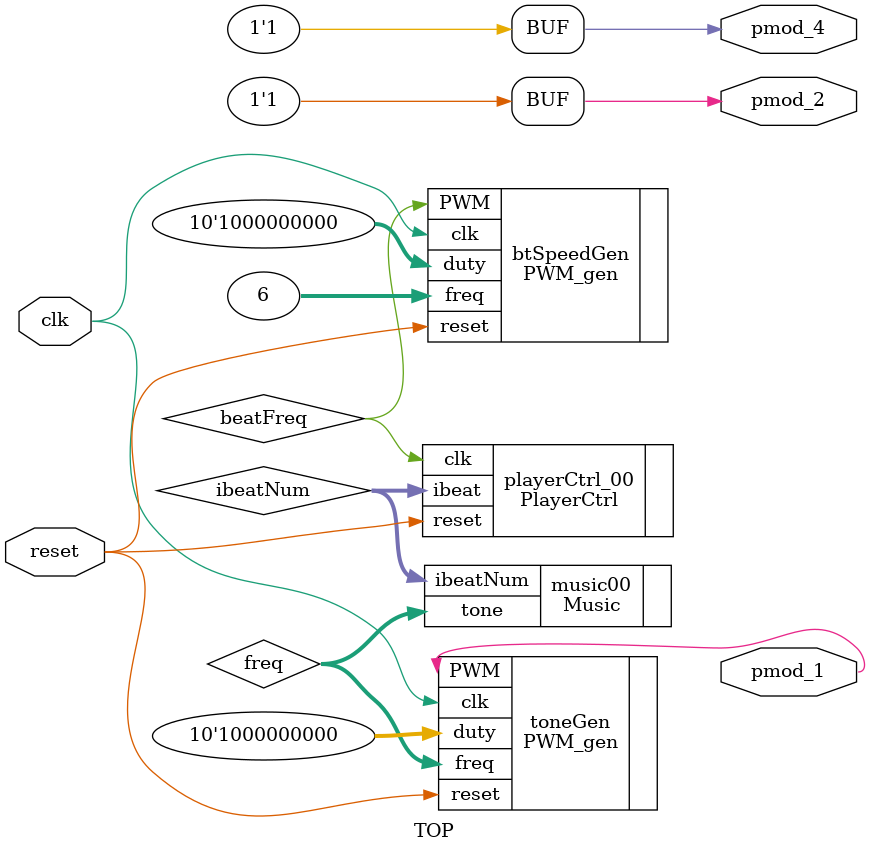
<source format=v>

module TOP (
	input clk,
	input reset,
	output pmod_1,
	output pmod_2,
	output pmod_4
);
parameter BEAT_FREQ = 32'd6;	//one beat=0.125sec
parameter DUTY_BEST = 10'd512;	//duty cycle=50%

wire [31:0] freq;
wire [7:0] ibeatNum;
wire beatFreq;

assign pmod_2 = 1'd1;	//no gain(6dB)
assign pmod_4 = 1'd1;	//turn-on

//Generate beat speed
PWM_gen btSpeedGen ( .clk(clk), 
					 .reset(reset),
					 .freq(BEAT_FREQ),
					 .duty(DUTY_BEST), 
					 .PWM(beatFreq)
);
	
//manipulate beat
PlayerCtrl playerCtrl_00 ( .clk(beatFreq),
						   .reset(reset),
						   .ibeat(ibeatNum)
);	
	
//Generate variant freq. of tones
Music music00 ( .ibeatNum(ibeatNum),
				.tone(freq)
);

// Generate particular freq. signal
PWM_gen toneGen ( .clk(clk), 
				  .reset(reset), 
				  .freq(freq),
				  .duty(DUTY_BEST), 
				  .PWM(pmod_1)
);
endmodule
</source>
